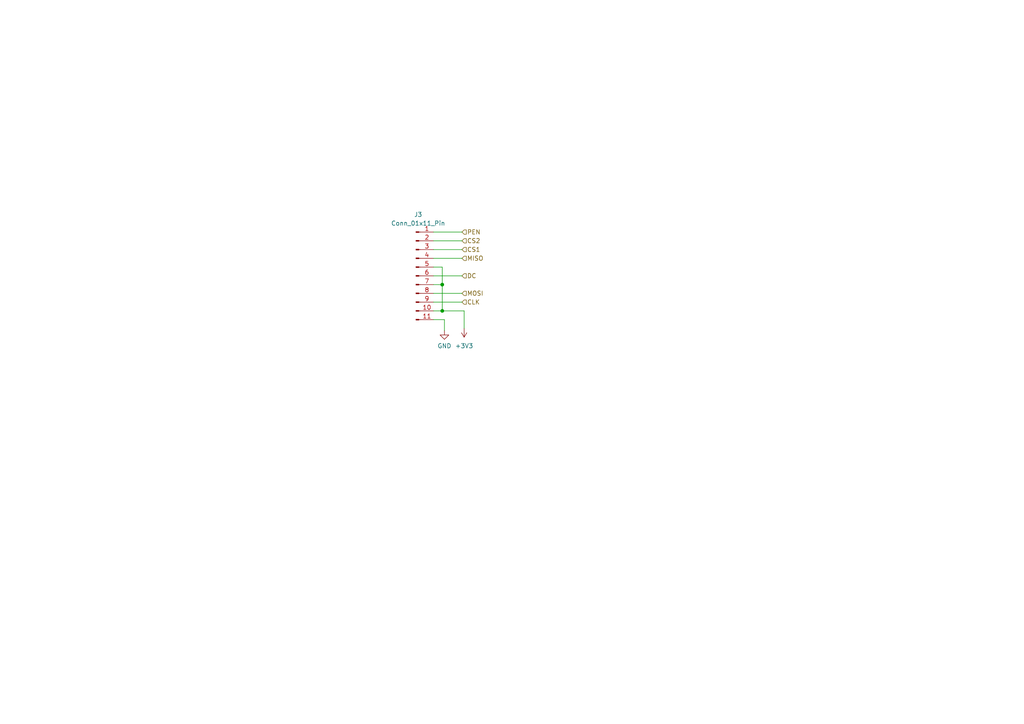
<source format=kicad_sch>
(kicad_sch (version 20231120) (generator "eeschema") (generator_version "8.0")
  (paper "A4")
  (title_block (title "ILI9341 TFT LCD Module") (date "2024-05-27") (rev "v1.0.0"))
  (lib_symbols
    (symbol "Connector:Conn_01x11_Pin" (pin_names (offset 1.016) hide)
      (property "Reference" "J" (at 0 15.24 0))
      (property "Value" "Conn_01x11_Pin" (at 0 -15.24 0))
      (symbol "Conn_01x11_Pin_1_1"
        (polyline (pts (xy 1.27 -12.7) (xy 0.8636 -12.7)) (stroke (width 0.1524)))
        (polyline (pts (xy 1.27 -10.16) (xy 0.8636 -10.16)) (stroke (width 0.1524)))
        (polyline (pts (xy 1.27 -7.62) (xy 0.8636 -7.62)) (stroke (width 0.1524)))
        (polyline (pts (xy 1.27 -5.08) (xy 0.8636 -5.08)) (stroke (width 0.1524)))
        (polyline (pts (xy 1.27 -2.54) (xy 0.8636 -2.54)) (stroke (width 0.1524)))
        (polyline (pts (xy 1.27 0) (xy 0.8636 0)) (stroke (width 0.1524)))
        (polyline (pts (xy 1.27 2.54) (xy 0.8636 2.54)) (stroke (width 0.1524)))
        (polyline (pts (xy 1.27 5.08) (xy 0.8636 5.08)) (stroke (width 0.1524)))
        (polyline (pts (xy 1.27 7.62) (xy 0.8636 7.62)) (stroke (width 0.1524)))
        (polyline (pts (xy 1.27 10.16) (xy 0.8636 10.16)) (stroke (width 0.1524)))
        (polyline (pts (xy 1.27 12.7) (xy 0.8636 12.7)) (stroke (width 0.1524)))
        (rectangle (start 0.8636 -12.573) (end 0 -12.827) (stroke (width 0.1524)) (fill (type outline)))
        (rectangle (start 0.8636 -10.033) (end 0 -10.287) (stroke (width 0.1524)) (fill (type outline)))
        (rectangle (start 0.8636 -7.493) (end 0 -7.747) (stroke (width 0.1524)) (fill (type outline)))
        (rectangle (start 0.8636 -4.953) (end 0 -5.207) (stroke (width 0.1524)) (fill (type outline)))
        (rectangle (start 0.8636 -2.413) (end 0 -2.667) (stroke (width 0.1524)) (fill (type outline)))
        (rectangle (start 0.8636 0.127) (end 0 -0.127) (stroke (width 0.1524)) (fill (type outline)))
        (rectangle (start 0.8636 2.667) (end 0 2.413) (stroke (width 0.1524)) (fill (type outline)))
        (rectangle (start 0.8636 5.207) (end 0 4.953) (stroke (width 0.1524)) (fill (type outline)))
        (rectangle (start 0.8636 7.747) (end 0 7.493) (stroke (width 0.1524)) (fill (type outline)))
        (rectangle (start 0.8636 10.287) (end 0 10.033) (stroke (width 0.1524)) (fill (type outline)))
        (rectangle (start 0.8636 12.827) (end 0 12.573) (stroke (width 0.1524)) (fill (type outline)))
        (pin passive line (at 5.08 12.7 180) (length 3.81) (name "Pin_1") (number "1"))
        (pin passive line (at 5.08 -10.16 180) (length 3.81) (name "Pin_10") (number "10"))
        (pin passive line (at 5.08 -12.7 180) (length 3.81) (name "Pin_11") (number "11"))
        (pin passive line (at 5.08 10.16 180) (length 3.81) (name "Pin_2") (number "2"))
        (pin passive line (at 5.08 7.62 180) (length 3.81) (name "Pin_3") (number "3"))
        (pin passive line (at 5.08 5.08 180) (length 3.81) (name "Pin_4") (number "4"))
        (pin passive line (at 5.08 2.54 180) (length 3.81) (name "Pin_5") (number "5"))
        (pin passive line (at 5.08 0 180) (length 3.81) (name "Pin_6") (number "6"))
        (pin passive line (at 5.08 -2.54 180) (length 3.81) (name "Pin_7") (number "7"))
        (pin passive line (at 5.08 -5.08 180) (length 3.81) (name "Pin_8") (number "8"))
        (pin passive line (at 5.08 -7.62 180) (length 3.81) (name "Pin_9") (number "9"))
      )
    )
    (symbol "power:+3V3" (power) (pin_names (offset 0))
      (property "Value" "+3V3" (at 0 3.556 0))
      (symbol "+3V3_0_1"
        (polyline (pts (xy -0.762 1.27) (xy 0 2.54)))
        (polyline (pts (xy 0 0) (xy 0 2.54)))
        (polyline (pts (xy 0 2.54) (xy 0.762 1.27)))
      )
      (symbol "+3V3_1_1"
        (pin power_in line (at 0 0 90) (length 0) hide (name "+3V3") (number "1"))
      )
    )
    (symbol "power:GND" (power) (pin_names (offset 0))
      (property "Value" "GND" (at 0 -3.81 0))
      (symbol "GND_0_1"
        (polyline (pts (xy 0 0) (xy 0 -1.27) (xy 1.27 -1.27) (xy 0 -2.54) (xy -1.27 -1.27) (xy 0 -1.27)))
      )
      (symbol "GND_1_1"
        (pin power_in line (at 0 0 270) (length 0) hide (name "GND") (number "1"))
      )
    )
  )
  (junction (at 128.27 90.17))
  (junction (at 128.27 82.55))
  (wire (pts (xy 125.73 77.47) (xy 128.27 77.47)))
  (wire (pts (xy 128.27 82.55) (xy 128.27 90.17)))
  (wire (pts (xy 133.985 69.85) (xy 125.73 69.85)))
  (wire (pts (xy 125.73 82.55) (xy 128.27 82.55)))
  (wire (pts (xy 128.905 92.71) (xy 128.905 95.885)))
  (wire (pts (xy 128.27 77.47) (xy 128.27 82.55)))
  (wire (pts (xy 134.62 90.17) (xy 134.62 95.25)))
  (wire (pts (xy 133.985 80.01) (xy 125.73 80.01)))
  (wire (pts (xy 133.985 87.63) (xy 125.73 87.63)))
  (wire (pts (xy 125.73 90.17) (xy 128.27 90.17)))
  (wire (pts (xy 128.27 90.17) (xy 134.62 90.17)))
  (wire (pts (xy 133.985 85.09) (xy 125.73 85.09)))
  (wire (pts (xy 133.985 67.31) (xy 125.73 67.31)))
  (wire (pts (xy 133.985 72.39) (xy 125.73 72.39)))
  (wire (pts (xy 133.985 74.93) (xy 125.73 74.93)))
  (wire (pts (xy 125.73 92.71) (xy 128.905 92.71)))
  (hierarchical_label "MOSI" (shape input) (at 133.985 85.09 0))
  (hierarchical_label "CS1" (shape input) (at 133.985 72.39 0))
  (hierarchical_label "MISO" (shape input) (at 133.985 74.93 0))
  (hierarchical_label "DC" (shape input) (at 133.985 80.01 0))
  (hierarchical_label "CS2" (shape input) (at 133.985 69.85 0))
  (hierarchical_label "PEN" (shape input) (at 133.985 67.31 0))
  (hierarchical_label "CLK" (shape input) (at 133.985 87.63 0))
  (symbol (lib_id "power:+3V3") (at 134.62 95.25 180) (unit 1)
    (property "Reference" "#PWR084" (effects (hide yes)))
    (property "Value" "+3V3" (at 134.62 100.33 0))
  )
  (symbol (lib_id "power:GND") (at 128.905 95.885 0) (unit 1)
    (property "Reference" "#PWR083" (effects (hide yes)))
    (property "Value" "GND" (at 128.905 100.33 0))
  )
  (symbol (lib_id "Connector:Conn_01x11_Pin") (at 120.65 80.01 0) (unit 1)
    (property "Reference" "J3" (at 121.285 62.23 0))
    (property "Value" "Conn_01x11_Pin" (at 121.285 64.77 0))
    (property "Footprint" "Connector_PinHeader_2.54mm:PinHeader_1x11_P2.54mm_Vertical" (effects (hide yes)))
  )
)
</source>
